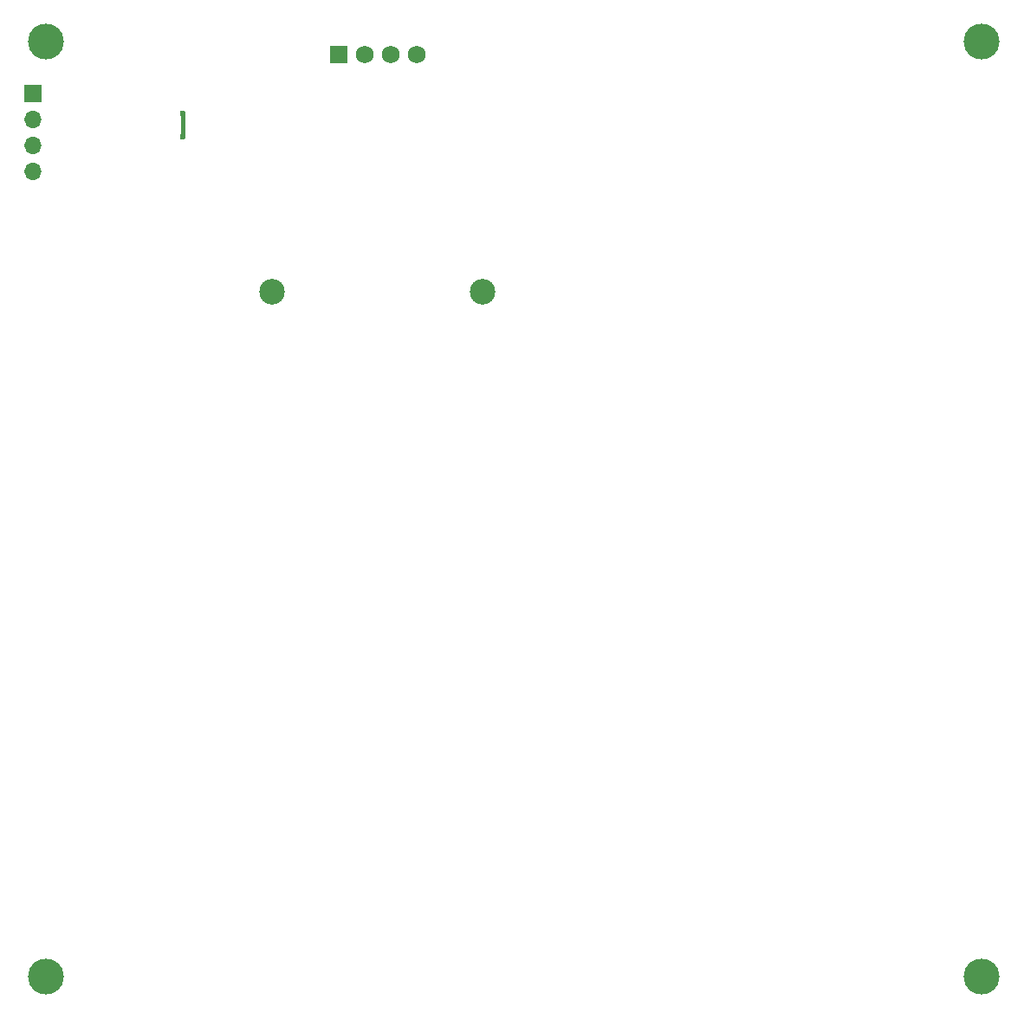
<source format=gtl>
G04 #@! TF.GenerationSoftware,KiCad,Pcbnew,(5.1.8)-1*
G04 #@! TF.CreationDate,2021-01-22T22:50:40+01:00*
G04 #@! TF.ProjectId,C64 Pi1541-II FaceplateB,43363420-5069-4313-9534-312d49492046,rev?*
G04 #@! TF.SameCoordinates,Original*
G04 #@! TF.FileFunction,Copper,L1,Top*
G04 #@! TF.FilePolarity,Positive*
%FSLAX46Y46*%
G04 Gerber Fmt 4.6, Leading zero omitted, Abs format (unit mm)*
G04 Created by KiCad (PCBNEW (5.1.8)-1) date 2021-01-22 22:50:40*
%MOMM*%
%LPD*%
G01*
G04 APERTURE LIST*
G04 #@! TA.AperFunction,WasherPad*
%ADD10C,2.500000*%
G04 #@! TD*
G04 #@! TA.AperFunction,ComponentPad*
%ADD11R,1.727200X1.727200*%
G04 #@! TD*
G04 #@! TA.AperFunction,ComponentPad*
%ADD12C,1.727200*%
G04 #@! TD*
G04 #@! TA.AperFunction,WasherPad*
%ADD13C,3.500000*%
G04 #@! TD*
G04 #@! TA.AperFunction,ComponentPad*
%ADD14O,1.700000X1.700000*%
G04 #@! TD*
G04 #@! TA.AperFunction,ComponentPad*
%ADD15R,1.700000X1.700000*%
G04 #@! TD*
G04 #@! TA.AperFunction,ViaPad*
%ADD16C,0.600000*%
G04 #@! TD*
G04 #@! TA.AperFunction,Conductor*
%ADD17C,0.381000*%
G04 #@! TD*
G04 APERTURE END LIST*
D10*
X118250000Y-82255000D03*
X97650000Y-82255000D03*
D11*
X104140000Y-59055000D03*
D12*
X106680000Y-59055000D03*
X109220000Y-59055000D03*
X111760000Y-59055000D03*
D13*
X75565000Y-149225000D03*
X167005000Y-149225000D03*
X167005000Y-57785000D03*
X75565000Y-57785000D03*
D14*
X74295000Y-70485000D03*
X74295000Y-67945000D03*
X74295000Y-65405000D03*
D15*
X74295000Y-62865000D03*
D16*
X88900000Y-64770000D03*
X88900000Y-67056000D03*
D17*
X88900000Y-64770000D02*
X88900000Y-67056000D01*
M02*

</source>
